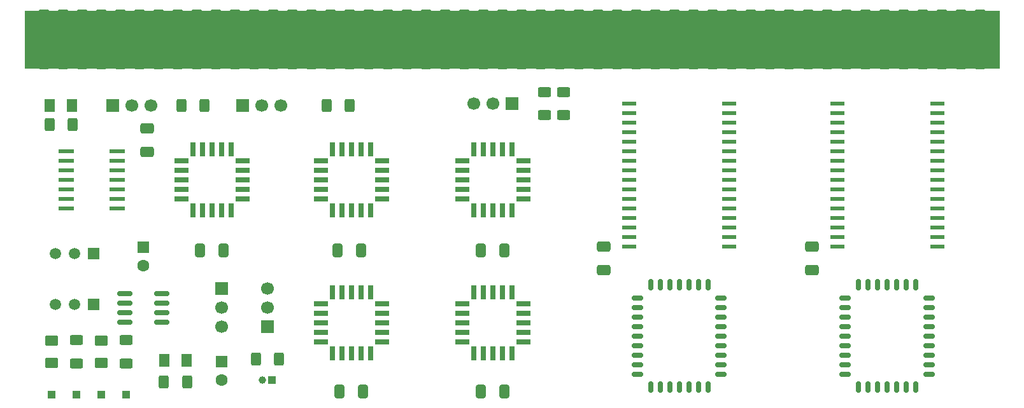
<source format=gts>
%TF.GenerationSoftware,KiCad,Pcbnew,9.0.2*%
%TF.CreationDate,2025-06-19T05:33:31+06:00*%
%TF.ProjectId,Amiga500 Actionreplay 5,416d6967-6135-4303-9020-416374696f6e,rev?*%
%TF.SameCoordinates,Original*%
%TF.FileFunction,Soldermask,Top*%
%TF.FilePolarity,Negative*%
%FSLAX46Y46*%
G04 Gerber Fmt 4.6, Leading zero omitted, Abs format (unit mm)*
G04 Created by KiCad (PCBNEW 9.0.2) date 2025-06-19 05:33:31*
%MOMM*%
%LPD*%
G01*
G04 APERTURE LIST*
G04 Aperture macros list*
%AMRoundRect*
0 Rectangle with rounded corners*
0 $1 Rounding radius*
0 $2 $3 $4 $5 $6 $7 $8 $9 X,Y pos of 4 corners*
0 Add a 4 corners polygon primitive as box body*
4,1,4,$2,$3,$4,$5,$6,$7,$8,$9,$2,$3,0*
0 Add four circle primitives for the rounded corners*
1,1,$1+$1,$2,$3*
1,1,$1+$1,$4,$5*
1,1,$1+$1,$6,$7*
1,1,$1+$1,$8,$9*
0 Add four rect primitives between the rounded corners*
20,1,$1+$1,$2,$3,$4,$5,0*
20,1,$1+$1,$4,$5,$6,$7,0*
20,1,$1+$1,$6,$7,$8,$9,0*
20,1,$1+$1,$8,$9,$2,$3,0*%
G04 Aperture macros list end*
%ADD10C,0.100000*%
%ADD11R,1.866900X0.558800*%
%ADD12R,2.159000X0.558800*%
%ADD13R,0.700000X1.925000*%
%ADD14R,1.925000X0.700000*%
%ADD15R,1.500000X1.500000*%
%ADD16C,1.500000*%
%ADD17RoundRect,0.250000X-0.550000X0.550000X-0.550000X-0.550000X0.550000X-0.550000X0.550000X0.550000X0*%
%ADD18C,1.600000*%
%ADD19RoundRect,0.150000X-0.825000X-0.150000X0.825000X-0.150000X0.825000X0.150000X-0.825000X0.150000X0*%
%ADD20RoundRect,0.250000X-0.625000X0.400000X-0.625000X-0.400000X0.625000X-0.400000X0.625000X0.400000X0*%
%ADD21R,1.700000X1.700000*%
%ADD22C,1.700000*%
%ADD23RoundRect,0.250000X-0.412500X-0.650000X0.412500X-0.650000X0.412500X0.650000X-0.412500X0.650000X0*%
%ADD24RoundRect,0.250000X0.650000X-0.412500X0.650000X0.412500X-0.650000X0.412500X-0.650000X-0.412500X0*%
%ADD25RoundRect,0.250001X0.624999X-0.462499X0.624999X0.462499X-0.624999X0.462499X-0.624999X-0.462499X0*%
%ADD26R,1.000000X1.000000*%
%ADD27RoundRect,0.250000X-0.400000X-0.625000X0.400000X-0.625000X0.400000X0.625000X-0.400000X0.625000X0*%
%ADD28RoundRect,0.250001X0.462499X0.624999X-0.462499X0.624999X-0.462499X-0.624999X0.462499X-0.624999X0*%
%ADD29RoundRect,0.250000X0.400000X0.625000X-0.400000X0.625000X-0.400000X-0.625000X0.400000X-0.625000X0*%
%ADD30C,1.000000*%
%ADD31RoundRect,0.150000X0.150000X0.587500X-0.150000X0.587500X-0.150000X-0.587500X0.150000X-0.587500X0*%
%ADD32RoundRect,0.150000X0.587500X0.150000X-0.587500X0.150000X-0.587500X-0.150000X0.587500X-0.150000X0*%
%ADD33RoundRect,0.381000X0.381000X-3.619000X0.381000X3.619000X-0.381000X3.619000X-0.381000X-3.619000X0*%
G04 APERTURE END LIST*
D10*
%TO.C,J1*%
X213940000Y-33486400D02*
X84400000Y-33486400D01*
X84400000Y-25866400D01*
X213940000Y-25866400D01*
X213940000Y-33486400D01*
G36*
X213940000Y-33486400D02*
G01*
X84400000Y-33486400D01*
X84400000Y-25866400D01*
X213940000Y-25866400D01*
X213940000Y-33486400D01*
G37*
%TD*%
D11*
%TO.C,U10*%
X205742918Y-57244400D03*
X205742918Y-55974400D03*
X205742918Y-54704400D03*
X205742918Y-53434400D03*
X205742918Y-52164400D03*
X205742918Y-50894400D03*
X205742918Y-49624400D03*
X205742918Y-48354400D03*
X205742918Y-47084400D03*
X205742918Y-45814400D03*
X205742918Y-44544400D03*
X205742918Y-43274400D03*
X205742918Y-42004400D03*
X205742918Y-40734400D03*
X205742918Y-39464400D03*
X205742918Y-38194400D03*
X192446018Y-38194400D03*
X192446018Y-39464400D03*
X192446018Y-40734400D03*
X192446018Y-42004400D03*
X192446018Y-43274400D03*
X192446018Y-44544400D03*
X192446018Y-45814400D03*
X192446018Y-47084400D03*
X192446018Y-48354400D03*
X192446018Y-49624400D03*
X192446018Y-50894400D03*
X192446018Y-52164400D03*
X192446018Y-53434400D03*
X192446018Y-54704400D03*
X192446018Y-55974400D03*
X192446018Y-57244400D03*
%TD*%
D12*
%TO.C,U6*%
X89911800Y-44544400D03*
X89911800Y-45814400D03*
X89911800Y-47084400D03*
X89911800Y-48354400D03*
X89911800Y-49624400D03*
X89911800Y-50894400D03*
X89911800Y-52164400D03*
X96668200Y-52164400D03*
X96668200Y-50894400D03*
X96668200Y-49624400D03*
X96668200Y-48354400D03*
X96668200Y-47084400D03*
X96668200Y-45814400D03*
X96668200Y-44544400D03*
%TD*%
D13*
%TO.C,U4*%
X127822500Y-52406900D03*
X129092500Y-52406900D03*
X130362500Y-52406900D03*
D14*
X131875000Y-50894400D03*
X131875000Y-49624400D03*
X131875000Y-48354400D03*
X131875000Y-47084400D03*
X131875000Y-45814400D03*
D13*
X130362500Y-44301900D03*
X129092500Y-44301900D03*
X127822500Y-44301900D03*
X126552500Y-44301900D03*
X125282500Y-44301900D03*
D14*
X123770000Y-45814400D03*
X123770000Y-47084400D03*
X123770000Y-48354400D03*
X123770000Y-49624400D03*
X123770000Y-50894400D03*
D13*
X125282500Y-52406900D03*
X126552500Y-52406900D03*
%TD*%
D15*
%TO.C,Q1*%
X93544000Y-58154400D03*
D16*
X91004000Y-58154400D03*
X88464000Y-58154400D03*
%TD*%
D17*
%TO.C,C6*%
X100148000Y-57309288D03*
D18*
X100148000Y-59809288D03*
%TD*%
D19*
%TO.C,U11*%
X97673000Y-63467400D03*
X97673000Y-64737400D03*
X97673000Y-66007400D03*
X97673000Y-67277400D03*
X102623000Y-67277400D03*
X102623000Y-66007400D03*
X102623000Y-64737400D03*
X102623000Y-63467400D03*
%TD*%
D20*
%TO.C,R1*%
X91306000Y-69709400D03*
X91306000Y-72809400D03*
%TD*%
D13*
%TO.C,U5*%
X109280500Y-52406900D03*
X110550500Y-52406900D03*
X111820500Y-52406900D03*
D14*
X113333000Y-50894400D03*
X113333000Y-49624400D03*
X113333000Y-48354400D03*
X113333000Y-47084400D03*
X113333000Y-45814400D03*
D13*
X111820500Y-44301900D03*
X110550500Y-44301900D03*
X109280500Y-44301900D03*
X108010500Y-44301900D03*
X106740500Y-44301900D03*
D14*
X105228000Y-45814400D03*
X105228000Y-47084400D03*
X105228000Y-48354400D03*
X105228000Y-49624400D03*
X105228000Y-50894400D03*
D13*
X106740500Y-52406900D03*
X108010500Y-52406900D03*
%TD*%
D20*
%TO.C,R9*%
X153488000Y-36644400D03*
X153488000Y-39744400D03*
%TD*%
D21*
%TO.C,JP1*%
X113356000Y-38423400D03*
D22*
X115896000Y-38423400D03*
X118436000Y-38423400D03*
%TD*%
D23*
%TO.C,C8*%
X145067500Y-76548400D03*
X148192500Y-76548400D03*
%TD*%
D20*
%TO.C,R7*%
X97910000Y-69709400D03*
X97910000Y-72809400D03*
%TD*%
D24*
%TO.C,C10*%
X189048000Y-60330900D03*
X189048000Y-57205900D03*
%TD*%
D20*
%TO.C,R10*%
X156028000Y-36644400D03*
X156028000Y-39744400D03*
%TD*%
D25*
%TO.C,D4*%
X87956000Y-72724400D03*
X87956000Y-69749400D03*
%TD*%
D23*
%TO.C,C7*%
X145067500Y-57752400D03*
X148192500Y-57752400D03*
%TD*%
D24*
%TO.C,C4*%
X161362000Y-60330900D03*
X161362000Y-57205900D03*
%TD*%
D26*
%TO.C,TP2*%
X91306000Y-76929400D03*
%TD*%
D27*
%TO.C,R5*%
X102882500Y-75278400D03*
X105982500Y-75278400D03*
%TD*%
%TO.C,R6*%
X115108000Y-72230400D03*
X118208000Y-72230400D03*
%TD*%
D26*
%TO.C,TP1*%
X97910000Y-76929400D03*
%TD*%
D13*
%TO.C,U3*%
X127822500Y-71456900D03*
X129092500Y-71456900D03*
X130362500Y-71456900D03*
D14*
X131875000Y-69944400D03*
X131875000Y-68674400D03*
X131875000Y-67404400D03*
X131875000Y-66134400D03*
X131875000Y-64864400D03*
D13*
X130362500Y-63351900D03*
X129092500Y-63351900D03*
X127822500Y-63351900D03*
X126552500Y-63351900D03*
X125282500Y-63351900D03*
D14*
X123770000Y-64864400D03*
X123770000Y-66134400D03*
X123770000Y-67404400D03*
X123770000Y-68674400D03*
X123770000Y-69944400D03*
D13*
X125282500Y-71456900D03*
X126552500Y-71456900D03*
%TD*%
D23*
%TO.C,C9*%
X107718000Y-57752400D03*
X110843000Y-57752400D03*
%TD*%
D27*
%TO.C,R3*%
X87676000Y-40988400D03*
X90776000Y-40988400D03*
%TD*%
D28*
%TO.C,D1*%
X90713500Y-38448400D03*
X87738500Y-38448400D03*
%TD*%
D26*
%TO.C,TP4*%
X94560000Y-76929400D03*
%TD*%
D29*
%TO.C,R8*%
X127606000Y-38448400D03*
X124506000Y-38448400D03*
%TD*%
D23*
%TO.C,C2*%
X126260000Y-76548400D03*
X129385000Y-76548400D03*
%TD*%
D21*
%TO.C,SW2*%
X96084000Y-38448400D03*
D22*
X98624000Y-38448400D03*
X101164000Y-38448400D03*
%TD*%
D26*
%TO.C,TP3*%
X87956000Y-76929400D03*
%TD*%
D21*
%TO.C,JP3*%
X149170000Y-38194400D03*
D22*
X146630000Y-38194400D03*
X144090000Y-38194400D03*
%TD*%
D13*
%TO.C,U2*%
X146630000Y-71456900D03*
X147900000Y-71456900D03*
X149170000Y-71456900D03*
D14*
X150682500Y-69944400D03*
X150682500Y-68674400D03*
X150682500Y-67404400D03*
X150682500Y-66134400D03*
X150682500Y-64864400D03*
D13*
X149170000Y-63351900D03*
X147900000Y-63351900D03*
X146630000Y-63351900D03*
X145360000Y-63351900D03*
X144090000Y-63351900D03*
D14*
X142577500Y-64864400D03*
X142577500Y-66134400D03*
X142577500Y-67404400D03*
X142577500Y-68674400D03*
X142577500Y-69944400D03*
D13*
X144090000Y-71456900D03*
X145360000Y-71456900D03*
%TD*%
D15*
%TO.C,Q2*%
X93544000Y-64947400D03*
D16*
X91004000Y-64947400D03*
X88464000Y-64947400D03*
%TD*%
D26*
%TO.C,SW1*%
X117293000Y-75024400D03*
D30*
X116023000Y-75024400D03*
%TD*%
D11*
%TO.C,U8*%
X178056918Y-57244400D03*
X178056918Y-55974400D03*
X178056918Y-54704400D03*
X178056918Y-53434400D03*
X178056918Y-52164400D03*
X178056918Y-50894400D03*
X178056918Y-49624400D03*
X178056918Y-48354400D03*
X178056918Y-47084400D03*
X178056918Y-45814400D03*
X178056918Y-44544400D03*
X178056918Y-43274400D03*
X178056918Y-42004400D03*
X178056918Y-40734400D03*
X178056918Y-39464400D03*
X178056918Y-38194400D03*
X164760018Y-38194400D03*
X164760018Y-39464400D03*
X164760018Y-40734400D03*
X164760018Y-42004400D03*
X164760018Y-43274400D03*
X164760018Y-44544400D03*
X164760018Y-45814400D03*
X164760018Y-47084400D03*
X164760018Y-48354400D03*
X164760018Y-49624400D03*
X164760018Y-50894400D03*
X164760018Y-52164400D03*
X164760018Y-53434400D03*
X164760018Y-54704400D03*
X164760018Y-55974400D03*
X164760018Y-57244400D03*
%TD*%
D31*
%TO.C,U9*%
X171408468Y-75978400D03*
X172678468Y-75978400D03*
X173948468Y-75978400D03*
X175218468Y-75978400D03*
D32*
X176970968Y-74220900D03*
X176970968Y-72950900D03*
X176970968Y-71680900D03*
X176970968Y-70410900D03*
X176970968Y-69140900D03*
X176970968Y-67870900D03*
X176970968Y-66600900D03*
X176970968Y-65330900D03*
X176970968Y-64060900D03*
D31*
X175218468Y-62303400D03*
X173948468Y-62303400D03*
X172678468Y-62303400D03*
X171408468Y-62303400D03*
X170138468Y-62303400D03*
X168868468Y-62303400D03*
X167598468Y-62303400D03*
D32*
X165845968Y-64060900D03*
X165845968Y-65330900D03*
X165845968Y-66600900D03*
X165845968Y-67870900D03*
X165845968Y-69140900D03*
X165845968Y-70410900D03*
X165845968Y-71680900D03*
X165845968Y-72950900D03*
X165845968Y-74220900D03*
D31*
X167598468Y-75978400D03*
X168868468Y-75978400D03*
X170138468Y-75978400D03*
%TD*%
D27*
%TO.C,R4*%
X105202000Y-38448400D03*
X108302000Y-38448400D03*
%TD*%
D28*
%TO.C,D3*%
X105897500Y-72380400D03*
X102922500Y-72380400D03*
%TD*%
D31*
%TO.C,U7*%
X199050018Y-75978400D03*
X200320018Y-75978400D03*
X201590018Y-75978400D03*
X202860018Y-75978400D03*
D32*
X204612518Y-74220900D03*
X204612518Y-72950900D03*
X204612518Y-71680900D03*
X204612518Y-70410900D03*
X204612518Y-69140900D03*
X204612518Y-67870900D03*
X204612518Y-66600900D03*
X204612518Y-65330900D03*
X204612518Y-64060900D03*
D31*
X202860018Y-62303400D03*
X201590018Y-62303400D03*
X200320018Y-62303400D03*
X199050018Y-62303400D03*
X197780018Y-62303400D03*
X196510018Y-62303400D03*
X195240018Y-62303400D03*
D32*
X193487518Y-64060900D03*
X193487518Y-65330900D03*
X193487518Y-66600900D03*
X193487518Y-67870900D03*
X193487518Y-69140900D03*
X193487518Y-70410900D03*
X193487518Y-71680900D03*
X193487518Y-72950900D03*
X193487518Y-74220900D03*
D31*
X195240018Y-75978400D03*
X196510018Y-75978400D03*
X197780018Y-75978400D03*
%TD*%
D21*
%TO.C,VR1*%
X110562000Y-62832400D03*
D22*
X110562000Y-65372400D03*
X110562000Y-67912400D03*
%TD*%
D13*
%TO.C,U1*%
X146630000Y-52406900D03*
X147900000Y-52406900D03*
X149170000Y-52406900D03*
D14*
X150682500Y-50894400D03*
X150682500Y-49624400D03*
X150682500Y-48354400D03*
X150682500Y-47084400D03*
X150682500Y-45814400D03*
D13*
X149170000Y-44301900D03*
X147900000Y-44301900D03*
X146630000Y-44301900D03*
X145360000Y-44301900D03*
X144090000Y-44301900D03*
D14*
X142577500Y-45814400D03*
X142577500Y-47084400D03*
X142577500Y-48354400D03*
X142577500Y-49624400D03*
X142577500Y-50894400D03*
D13*
X144090000Y-52406900D03*
X145360000Y-52406900D03*
%TD*%
D25*
%TO.C,D2*%
X94560000Y-72724400D03*
X94560000Y-69749400D03*
%TD*%
D23*
%TO.C,C5*%
X126006000Y-57752400D03*
X129131000Y-57752400D03*
%TD*%
D33*
%TO.C,J1*%
X86940000Y-29676400D03*
X89480000Y-29676400D03*
X92020000Y-29676400D03*
X94560000Y-29676400D03*
X97100000Y-29676400D03*
X99640000Y-29676400D03*
X102180000Y-29676400D03*
X104720000Y-29676400D03*
X107260000Y-29676400D03*
X109800000Y-29676400D03*
X112340000Y-29676400D03*
X114880000Y-29676400D03*
X117420000Y-29676400D03*
X119960000Y-29676400D03*
X122500000Y-29676400D03*
X125040000Y-29676400D03*
X127580000Y-29676400D03*
X130120000Y-29676400D03*
X132660000Y-29676400D03*
X135200000Y-29676400D03*
X137740000Y-29676400D03*
X140280000Y-29676400D03*
X142820000Y-29676400D03*
X145360000Y-29676400D03*
X147900000Y-29676400D03*
X150440000Y-29676400D03*
X152980000Y-29676400D03*
X155520000Y-29676400D03*
X158060000Y-29676400D03*
X160600000Y-29676400D03*
X163140000Y-29676400D03*
X165680000Y-29676400D03*
X168220000Y-29676400D03*
X170760000Y-29676400D03*
X173300000Y-29676400D03*
X175840000Y-29676400D03*
X178380000Y-29676400D03*
X180920000Y-29676400D03*
X183460000Y-29676400D03*
X186000000Y-29676400D03*
X188540000Y-29676400D03*
X191080000Y-29676400D03*
X193620000Y-29676400D03*
X196160000Y-29676400D03*
X198700000Y-29676400D03*
X201240000Y-29676400D03*
X203780000Y-29676400D03*
X206320000Y-29676400D03*
X208860000Y-29676400D03*
X211400000Y-29676400D03*
%TD*%
D24*
%TO.C,C3*%
X100656000Y-44582900D03*
X100656000Y-41457900D03*
%TD*%
D17*
%TO.C,C1*%
X110562000Y-72549288D03*
D18*
X110562000Y-75049288D03*
%TD*%
D21*
%TO.C,JP2*%
X116658000Y-67912400D03*
D22*
X116658000Y-65372400D03*
X116658000Y-62832400D03*
%TD*%
M02*

</source>
